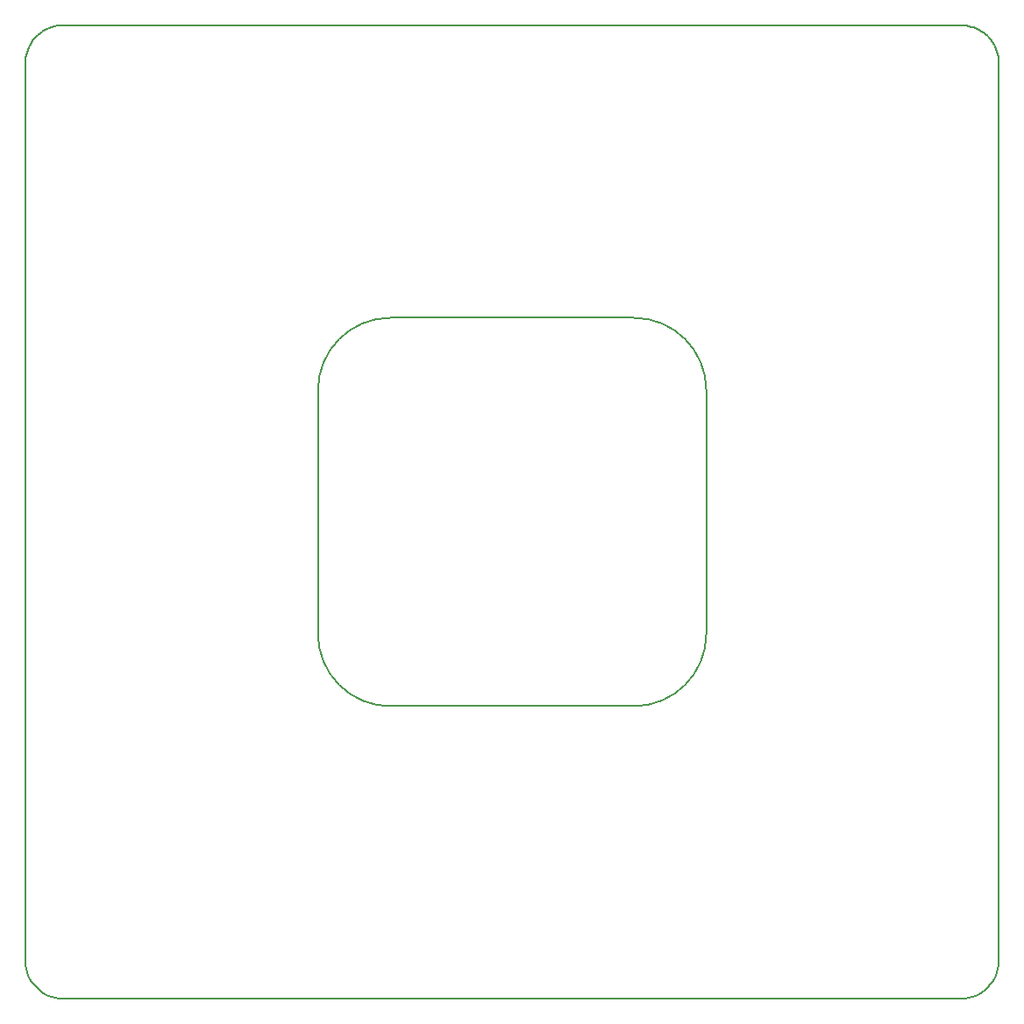
<source format=gm1>
%TF.GenerationSoftware,KiCad,Pcbnew,8.0.5*%
%TF.CreationDate,2024-11-12T20:49:11-08:00*%
%TF.ProjectId,Coil_Pannel_Z,436f696c-5f50-4616-9e6e-656c5f5a2e6b,1.0*%
%TF.SameCoordinates,Original*%
%TF.FileFunction,Profile,NP*%
%FSLAX46Y46*%
G04 Gerber Fmt 4.6, Leading zero omitted, Abs format (unit mm)*
G04 Created by KiCad (PCBNEW 8.0.5) date 2024-11-12 20:49:11*
%MOMM*%
%LPD*%
G01*
G04 APERTURE LIST*
%TA.AperFunction,Profile*%
%ADD10C,0.200000*%
%TD*%
%ADD11C,0.200000*%
G04 APERTURE END LIST*
D10*
X113104000Y-49474000D02*
X103731000Y-49474000D01*
X100104142Y-53100879D02*
X100104142Y-62473878D01*
X158859162Y-77718744D02*
X135353012Y-77718744D01*
X128353058Y-84717750D02*
X128349861Y-108228033D01*
D11*
X100112000Y-139846884D02*
X100130635Y-140217649D01*
X100185340Y-140577533D01*
X100274316Y-140924738D01*
X100395764Y-141257464D01*
X100547885Y-141573912D01*
X100728879Y-141872282D01*
X100936946Y-142150776D01*
X101170289Y-142407593D01*
X101427106Y-142640935D01*
X101705600Y-142849003D01*
X102003970Y-143029996D01*
X102320418Y-143182116D01*
X102653144Y-143303564D01*
X103000350Y-143392540D01*
X103360234Y-143447246D01*
X103731000Y-143465881D01*
D10*
X128353058Y-84717750D02*
G75*
G02*
X135353012Y-77718758I6999942J-950D01*
G01*
X165859131Y-108228972D02*
X165859131Y-84708140D01*
D11*
X101166416Y-50536289D02*
X100983023Y-50733830D01*
X100815773Y-50943133D01*
X100665080Y-51163197D01*
X100531357Y-51393024D01*
X100415019Y-51631614D01*
X100316481Y-51877966D01*
X100236155Y-52131081D01*
X100174456Y-52389960D01*
X100131799Y-52653603D01*
X100108597Y-52921010D01*
X100104142Y-53100879D01*
D10*
X158859162Y-77718744D02*
G75*
G02*
X165859148Y-84708140I-62J-7000056D01*
G01*
D11*
X190477001Y-143465881D02*
X190847766Y-143447246D01*
X191207650Y-143392540D01*
X191554856Y-143303564D01*
X191887582Y-143182116D01*
X192204030Y-143029996D01*
X192502400Y-142849003D01*
X192780894Y-142640935D01*
X193037711Y-142407593D01*
X193271054Y-142150776D01*
X193479121Y-141872282D01*
X193660115Y-141573912D01*
X193812236Y-141257464D01*
X193933684Y-140924738D01*
X194022660Y-140577533D01*
X194077365Y-140217649D01*
X194096001Y-139846884D01*
D10*
X135349862Y-115228985D02*
X158867488Y-115228985D01*
X190477001Y-49481858D02*
X181104001Y-49481858D01*
D11*
X103731000Y-49474000D02*
X103461639Y-49484003D01*
X103195375Y-49513738D01*
X102933210Y-49562790D01*
X102676141Y-49630746D01*
X102425170Y-49717190D01*
X102181294Y-49821709D01*
X101945515Y-49943889D01*
X101718832Y-50083316D01*
X101502245Y-50239575D01*
X101296753Y-50412253D01*
X101166416Y-50536289D01*
D10*
X194096001Y-139846884D02*
X194096001Y-53100879D01*
X135349862Y-115228985D02*
G75*
G02*
X128349915Y-108228033I38J6999985D01*
G01*
D11*
X193036028Y-50541846D02*
X192838915Y-50358848D01*
X192630067Y-50191959D01*
X192410481Y-50041591D01*
X192181153Y-49908157D01*
X191943081Y-49792070D01*
X191697264Y-49693743D01*
X191444697Y-49613590D01*
X191186380Y-49552024D01*
X190923308Y-49509458D01*
X190656480Y-49486304D01*
X190477001Y-49481858D01*
D10*
X181104001Y-49481858D02*
X113104000Y-49474000D01*
X100104142Y-62473878D02*
X100112000Y-130473860D01*
X100112000Y-130473860D02*
X100112000Y-139846884D01*
X165859131Y-108228972D02*
G75*
G02*
X158867488Y-115229026I-7000031J-28D01*
G01*
D11*
X194096001Y-53100879D02*
X194086020Y-52832100D01*
X194056351Y-52566414D01*
X194007407Y-52304816D01*
X193939601Y-52048304D01*
X193853346Y-51797876D01*
X193749055Y-51554530D01*
X193627141Y-51319261D01*
X193488017Y-51093069D01*
X193332097Y-50876950D01*
X193159794Y-50671901D01*
X193036028Y-50541846D01*
D10*
X103731000Y-143465881D02*
X190477001Y-143465881D01*
M02*

</source>
